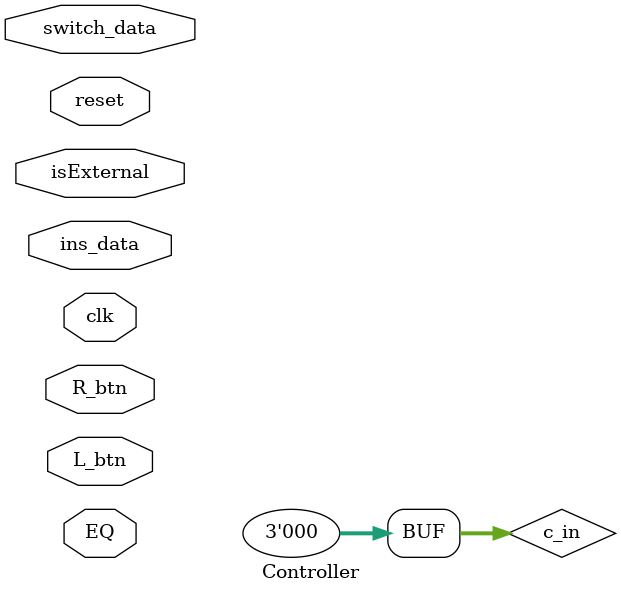
<source format=sv>
`timescale 1ns / 1ps


module Controller( // This is fsm
    input logic clk, reset, isExternal, EQ, L_btn, R_btn,
    input logic [11:0] ins_data, switch_data
    );
    
    logic [2:0] c_in, c_out;
    assign c_in = 0;
    
    ProgramCounter pc(clk, ~isExternal, c_in, c_out); 
    
    
    
endmodule

</source>
